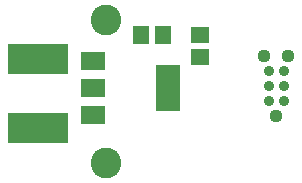
<source format=gbs>
G75*
%MOIN*%
%OFA0B0*%
%FSLAX24Y24*%
%IPPOS*%
%LPD*%
%AMOC8*
5,1,8,0,0,1.08239X$1,22.5*
%
%ADD10C,0.1024*%
%ADD11R,0.0631X0.0552*%
%ADD12R,0.0552X0.0631*%
%ADD13R,0.0827X0.0631*%
%ADD14R,0.0827X0.1536*%
%ADD15C,0.0350*%
%ADD16C,0.0440*%
%ADD17R,0.2040X0.1040*%
D10*
X010790Y003620D03*
X010790Y008400D03*
D11*
X013930Y007904D03*
X013930Y007156D03*
D12*
X012704Y007880D03*
X011956Y007880D03*
D13*
X010380Y007026D03*
X010380Y006120D03*
X010380Y005214D03*
D14*
X012860Y006120D03*
D15*
X016230Y006180D03*
X016730Y006180D03*
X016730Y006680D03*
X016230Y006680D03*
X016230Y005680D03*
X016730Y005680D03*
D16*
X016480Y005180D03*
X016080Y007180D03*
X016880Y007180D03*
D17*
X008540Y004780D03*
X008530Y007080D03*
M02*

</source>
